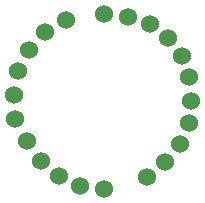
<source format=gtp>
G04 Layer: TopPasteMaskLayer*
G04 EasyEDA Pro v2.2.35.2, 2025-01-16 15:30:06*
G04 Gerber Generator version 0.3*
G04 Scale: 100 percent, Rotated: No, Reflected: No*
G04 Dimensions in millimeters*
G04 Leading zeros omitted, absolute positions, 4 integers and 5 decimals*
%FSLAX45Y45*%
%MOMM*%
%ADD10C,1.524*%
G75*


G04 Pad Start*
G54D10*
G01X0Y4724400D03*
G01X200000Y4700000D03*
G01X393700Y4638040D03*
G01X546100Y4521200D03*
G01X660400Y4368800D03*
G01X723900Y4191000D03*
G01X736600Y3987800D03*
G01X723900Y3797300D03*
G01X647700Y3619500D03*
G01X520700Y3467100D03*
G01X368300Y3340100D03*
G01X0Y3238500D03*
G01X-203200Y3263900D03*
G01X-381000Y3352800D03*
G01X-533400Y3479800D03*
G01X-647700Y3644900D03*
G01X-749300Y3835400D03*
G01X-762000Y4038600D03*
G01X-723900Y4241800D03*
G01X-635000Y4419600D03*
G01X-495300Y4572000D03*
G01X-317500Y4673600D03*
G04 Pad End*

M02*


</source>
